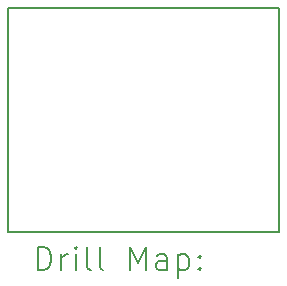
<source format=gbr>
%TF.GenerationSoftware,KiCad,Pcbnew,8.0.4-8.0.4-0~ubuntu24.04.1*%
%TF.CreationDate,2024-09-02T11:32:34+02:00*%
%TF.ProjectId,avos_mini_tapper_coils,61766f73-5f6d-4696-9e69-5f7461707065,rev?*%
%TF.SameCoordinates,Original*%
%TF.FileFunction,Drillmap*%
%TF.FilePolarity,Positive*%
%FSLAX45Y45*%
G04 Gerber Fmt 4.5, Leading zero omitted, Abs format (unit mm)*
G04 Created by KiCad (PCBNEW 8.0.4-8.0.4-0~ubuntu24.04.1) date 2024-09-02 11:32:34*
%MOMM*%
%LPD*%
G01*
G04 APERTURE LIST*
%ADD10C,0.150000*%
%ADD11C,0.200000*%
G04 APERTURE END LIST*
D10*
X10700000Y-11300000D02*
X10700000Y-9399000D01*
X13000000Y-9400000D02*
X10700000Y-9399000D01*
X13000000Y-11300000D02*
X10700000Y-11300000D01*
X13000000Y-9400000D02*
X13000000Y-11300000D01*
D11*
X10953277Y-11618984D02*
X10953277Y-11418984D01*
X10953277Y-11418984D02*
X11000896Y-11418984D01*
X11000896Y-11418984D02*
X11029467Y-11428508D01*
X11029467Y-11428508D02*
X11048515Y-11447555D01*
X11048515Y-11447555D02*
X11058039Y-11466603D01*
X11058039Y-11466603D02*
X11067563Y-11504698D01*
X11067563Y-11504698D02*
X11067563Y-11533269D01*
X11067563Y-11533269D02*
X11058039Y-11571365D01*
X11058039Y-11571365D02*
X11048515Y-11590412D01*
X11048515Y-11590412D02*
X11029467Y-11609460D01*
X11029467Y-11609460D02*
X11000896Y-11618984D01*
X11000896Y-11618984D02*
X10953277Y-11618984D01*
X11153277Y-11618984D02*
X11153277Y-11485650D01*
X11153277Y-11523746D02*
X11162801Y-11504698D01*
X11162801Y-11504698D02*
X11172324Y-11495174D01*
X11172324Y-11495174D02*
X11191372Y-11485650D01*
X11191372Y-11485650D02*
X11210420Y-11485650D01*
X11277086Y-11618984D02*
X11277086Y-11485650D01*
X11277086Y-11418984D02*
X11267562Y-11428508D01*
X11267562Y-11428508D02*
X11277086Y-11438031D01*
X11277086Y-11438031D02*
X11286610Y-11428508D01*
X11286610Y-11428508D02*
X11277086Y-11418984D01*
X11277086Y-11418984D02*
X11277086Y-11438031D01*
X11400896Y-11618984D02*
X11381848Y-11609460D01*
X11381848Y-11609460D02*
X11372324Y-11590412D01*
X11372324Y-11590412D02*
X11372324Y-11418984D01*
X11505658Y-11618984D02*
X11486610Y-11609460D01*
X11486610Y-11609460D02*
X11477086Y-11590412D01*
X11477086Y-11590412D02*
X11477086Y-11418984D01*
X11734229Y-11618984D02*
X11734229Y-11418984D01*
X11734229Y-11418984D02*
X11800896Y-11561841D01*
X11800896Y-11561841D02*
X11867562Y-11418984D01*
X11867562Y-11418984D02*
X11867562Y-11618984D01*
X12048515Y-11618984D02*
X12048515Y-11514222D01*
X12048515Y-11514222D02*
X12038991Y-11495174D01*
X12038991Y-11495174D02*
X12019943Y-11485650D01*
X12019943Y-11485650D02*
X11981848Y-11485650D01*
X11981848Y-11485650D02*
X11962801Y-11495174D01*
X12048515Y-11609460D02*
X12029467Y-11618984D01*
X12029467Y-11618984D02*
X11981848Y-11618984D01*
X11981848Y-11618984D02*
X11962801Y-11609460D01*
X11962801Y-11609460D02*
X11953277Y-11590412D01*
X11953277Y-11590412D02*
X11953277Y-11571365D01*
X11953277Y-11571365D02*
X11962801Y-11552317D01*
X11962801Y-11552317D02*
X11981848Y-11542793D01*
X11981848Y-11542793D02*
X12029467Y-11542793D01*
X12029467Y-11542793D02*
X12048515Y-11533269D01*
X12143753Y-11485650D02*
X12143753Y-11685650D01*
X12143753Y-11495174D02*
X12162801Y-11485650D01*
X12162801Y-11485650D02*
X12200896Y-11485650D01*
X12200896Y-11485650D02*
X12219943Y-11495174D01*
X12219943Y-11495174D02*
X12229467Y-11504698D01*
X12229467Y-11504698D02*
X12238991Y-11523746D01*
X12238991Y-11523746D02*
X12238991Y-11580888D01*
X12238991Y-11580888D02*
X12229467Y-11599936D01*
X12229467Y-11599936D02*
X12219943Y-11609460D01*
X12219943Y-11609460D02*
X12200896Y-11618984D01*
X12200896Y-11618984D02*
X12162801Y-11618984D01*
X12162801Y-11618984D02*
X12143753Y-11609460D01*
X12324705Y-11599936D02*
X12334229Y-11609460D01*
X12334229Y-11609460D02*
X12324705Y-11618984D01*
X12324705Y-11618984D02*
X12315182Y-11609460D01*
X12315182Y-11609460D02*
X12324705Y-11599936D01*
X12324705Y-11599936D02*
X12324705Y-11618984D01*
X12324705Y-11495174D02*
X12334229Y-11504698D01*
X12334229Y-11504698D02*
X12324705Y-11514222D01*
X12324705Y-11514222D02*
X12315182Y-11504698D01*
X12315182Y-11504698D02*
X12324705Y-11495174D01*
X12324705Y-11495174D02*
X12324705Y-11514222D01*
M02*

</source>
